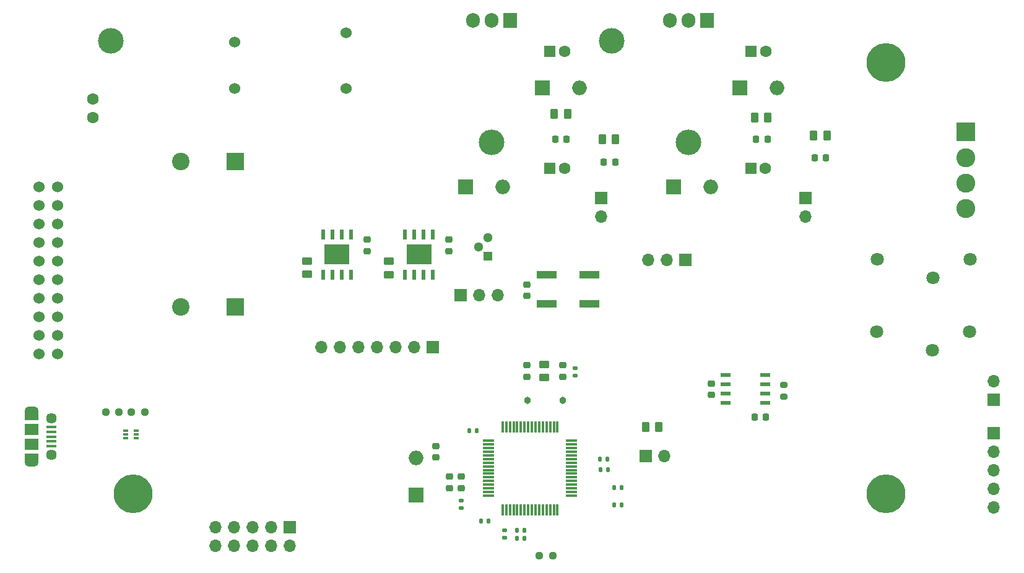
<source format=gts>
G04 #@! TF.GenerationSoftware,KiCad,Pcbnew,7.0.8-7.0.8~ubuntu22.04.1*
G04 #@! TF.CreationDate,2024-01-26T16:09:11+01:00*
G04 #@! TF.ProjectId,torso,746f7273-6f2e-46b6-9963-61645f706362,1.1*
G04 #@! TF.SameCoordinates,Original*
G04 #@! TF.FileFunction,Soldermask,Top*
G04 #@! TF.FilePolarity,Negative*
%FSLAX46Y46*%
G04 Gerber Fmt 4.6, Leading zero omitted, Abs format (unit mm)*
G04 Created by KiCad (PCBNEW 7.0.8-7.0.8~ubuntu22.04.1) date 2024-01-26 16:09:11*
%MOMM*%
%LPD*%
G01*
G04 APERTURE LIST*
G04 Aperture macros list*
%AMRoundRect*
0 Rectangle with rounded corners*
0 $1 Rounding radius*
0 $2 $3 $4 $5 $6 $7 $8 $9 X,Y pos of 4 corners*
0 Add a 4 corners polygon primitive as box body*
4,1,4,$2,$3,$4,$5,$6,$7,$8,$9,$2,$3,0*
0 Add four circle primitives for the rounded corners*
1,1,$1+$1,$2,$3*
1,1,$1+$1,$4,$5*
1,1,$1+$1,$6,$7*
1,1,$1+$1,$8,$9*
0 Add four rect primitives between the rounded corners*
20,1,$1+$1,$2,$3,$4,$5,0*
20,1,$1+$1,$4,$5,$6,$7,0*
20,1,$1+$1,$6,$7,$8,$9,0*
20,1,$1+$1,$8,$9,$2,$3,0*%
G04 Aperture macros list end*
%ADD10RoundRect,0.225000X0.250000X-0.225000X0.250000X0.225000X-0.250000X0.225000X-0.250000X-0.225000X0*%
%ADD11C,5.300000*%
%ADD12R,1.700000X1.700000*%
%ADD13O,1.700000X1.700000*%
%ADD14RoundRect,0.250000X-0.262500X-0.450000X0.262500X-0.450000X0.262500X0.450000X-0.262500X0.450000X0*%
%ADD15RoundRect,0.135000X0.135000X0.185000X-0.135000X0.185000X-0.135000X-0.185000X0.135000X-0.185000X0*%
%ADD16R,1.454899X0.532600*%
%ADD17R,2.400000X2.400000*%
%ADD18C,2.400000*%
%ADD19RoundRect,0.135000X-0.135000X-0.185000X0.135000X-0.185000X0.135000X0.185000X-0.135000X0.185000X0*%
%ADD20RoundRect,0.237500X0.250000X0.237500X-0.250000X0.237500X-0.250000X-0.237500X0.250000X-0.237500X0*%
%ADD21R,2.000000X2.000000*%
%ADD22O,2.000000X2.000000*%
%ADD23R,1.600000X1.600000*%
%ADD24C,1.600000*%
%ADD25C,1.524000*%
%ADD26RoundRect,0.200000X0.275000X-0.200000X0.275000X0.200000X-0.275000X0.200000X-0.275000X-0.200000X0*%
%ADD27RoundRect,0.250000X0.450000X-0.262500X0.450000X0.262500X-0.450000X0.262500X-0.450000X-0.262500X0*%
%ADD28RoundRect,0.135000X-0.185000X0.135000X-0.185000X-0.135000X0.185000X-0.135000X0.185000X0.135000X0*%
%ADD29RoundRect,0.218750X-0.256250X0.218750X-0.256250X-0.218750X0.256250X-0.218750X0.256250X0.218750X0*%
%ADD30O,3.500000X3.500000*%
%ADD31R,1.905000X2.000000*%
%ADD32O,1.905000X2.000000*%
%ADD33C,1.800000*%
%ADD34R,2.800000X1.000000*%
%ADD35R,1.300000X1.300000*%
%ADD36C,1.300000*%
%ADD37C,3.500000*%
%ADD38R,0.685800X0.330200*%
%ADD39R,0.558800X1.460500*%
%ADD40R,3.403600X2.717800*%
%ADD41RoundRect,0.218750X-0.218750X-0.256250X0.218750X-0.256250X0.218750X0.256250X-0.218750X0.256250X0*%
%ADD42R,1.350000X0.400000*%
%ADD43O,1.900000X1.200000*%
%ADD44R,1.900000X1.200000*%
%ADD45C,1.450000*%
%ADD46R,1.900000X1.500000*%
%ADD47RoundRect,0.075000X-0.075000X0.700000X-0.075000X-0.700000X0.075000X-0.700000X0.075000X0.700000X0*%
%ADD48RoundRect,0.075000X-0.700000X0.075000X-0.700000X-0.075000X0.700000X-0.075000X0.700000X0.075000X0*%
%ADD49RoundRect,0.225000X-0.225000X-0.250000X0.225000X-0.250000X0.225000X0.250000X-0.225000X0.250000X0*%
%ADD50RoundRect,0.225000X0.225000X0.250000X-0.225000X0.250000X-0.225000X-0.250000X0.225000X-0.250000X0*%
%ADD51RoundRect,0.250000X0.262500X0.450000X-0.262500X0.450000X-0.262500X-0.450000X0.262500X-0.450000X0*%
%ADD52C,0.965200*%
%ADD53RoundRect,0.135000X0.185000X-0.135000X0.185000X0.135000X-0.185000X0.135000X-0.185000X-0.135000X0*%
%ADD54R,2.600000X2.600000*%
%ADD55C,2.600000*%
%ADD56C,1.600200*%
G04 APERTURE END LIST*
D10*
X107300000Y-74475000D03*
X107300000Y-72925000D03*
X102400000Y-74475000D03*
X102400000Y-72925000D03*
D11*
X48500000Y-90500000D03*
D10*
X127600000Y-76975000D03*
X127600000Y-75425000D03*
D12*
X118625000Y-85300000D03*
D13*
X121165000Y-85300000D03*
D14*
X133500000Y-39000000D03*
X135325000Y-39000000D03*
D15*
X115310000Y-92000000D03*
X114290000Y-92000000D03*
D10*
X91824000Y-89723500D03*
X91824000Y-88173500D03*
D15*
X115310000Y-89700000D03*
X114290000Y-89700000D03*
D16*
X129557304Y-74290000D03*
X129557304Y-75560000D03*
X129557304Y-76830000D03*
X129557304Y-78100000D03*
X135000000Y-78100000D03*
X135000000Y-76830000D03*
X135000000Y-75560000D03*
X135000000Y-74290000D03*
D14*
X141587500Y-41500000D03*
X143412500Y-41500000D03*
D17*
X62500000Y-64900000D03*
D18*
X55000000Y-64900000D03*
D19*
X100990000Y-96600000D03*
X102010000Y-96600000D03*
D20*
X50112500Y-79300000D03*
X48287500Y-79300000D03*
D21*
X104460000Y-35000000D03*
D22*
X109540000Y-35000000D03*
D23*
X133000000Y-46000000D03*
D24*
X135000000Y-46000000D03*
D12*
X166200000Y-77600000D03*
D13*
X166200000Y-75060000D03*
D25*
X77620000Y-35040000D03*
X62380000Y-35040000D03*
X62380000Y-28690000D03*
X77620000Y-27420000D03*
D26*
X137500000Y-77225000D03*
X137500000Y-75575000D03*
D11*
X151500000Y-31500000D03*
D27*
X83500000Y-60500000D03*
X83500000Y-58675000D03*
D12*
X166200000Y-82200000D03*
D13*
X166200000Y-84740000D03*
X166200000Y-87280000D03*
X166200000Y-89820000D03*
X166200000Y-92360000D03*
D28*
X109000000Y-73290000D03*
X109000000Y-74310000D03*
D29*
X89923999Y-83961000D03*
X89923999Y-85536000D03*
D23*
X133044888Y-30000000D03*
D24*
X135044888Y-30000000D03*
D21*
X93960000Y-48500000D03*
D22*
X99040000Y-48500000D03*
D30*
X97500000Y-42430000D03*
D31*
X100040000Y-25770000D03*
D32*
X97500000Y-25770000D03*
X94960000Y-25770000D03*
D21*
X87200000Y-90640000D03*
D22*
X87200000Y-85560000D03*
D15*
X113410000Y-85800000D03*
X112390000Y-85800000D03*
D33*
X150175000Y-68324999D03*
X157795000Y-70864999D03*
X162875000Y-68324999D03*
D12*
X124079999Y-58500000D03*
D13*
X121539999Y-58500000D03*
X118999999Y-58500000D03*
D30*
X124500000Y-42430000D03*
D31*
X127040000Y-25770000D03*
D32*
X124500000Y-25770000D03*
X121960000Y-25770000D03*
D34*
X110900000Y-64500000D03*
X110900000Y-60500000D03*
X105100000Y-64500000D03*
X105100000Y-60500000D03*
D35*
X97000000Y-58000000D03*
D36*
X95730000Y-56730000D03*
X97000000Y-55460000D03*
D37*
X114000000Y-28500000D03*
D19*
X96080000Y-94200000D03*
X97100000Y-94200000D03*
D38*
X47488800Y-81900001D03*
X47488800Y-82400000D03*
X47488800Y-82899999D03*
X48911200Y-82899999D03*
X48911200Y-82400000D03*
X48911200Y-81900001D03*
D12*
X93300000Y-63300000D03*
D13*
X95840000Y-63300000D03*
X98380000Y-63300000D03*
D19*
X100990000Y-95500000D03*
X102010000Y-95500000D03*
D39*
X85690000Y-60500000D03*
X86960000Y-60500000D03*
X88230000Y-60500000D03*
X89500000Y-60500000D03*
X89500000Y-55051700D03*
X88230000Y-55051700D03*
X86960000Y-55051700D03*
X85690000Y-55051700D03*
D40*
X87595000Y-57775850D03*
D10*
X102400000Y-63400000D03*
X102400000Y-61850000D03*
D17*
X62500000Y-45000000D03*
D18*
X55000000Y-45000000D03*
D10*
X91700000Y-57275000D03*
X91700000Y-55725000D03*
D41*
X112887500Y-45087500D03*
X114462500Y-45087500D03*
D42*
X37300000Y-81400000D03*
X37300000Y-82050000D03*
X37300000Y-82700000D03*
X37300000Y-83350000D03*
X37300000Y-84000000D03*
D43*
X34600000Y-79200000D03*
D44*
X34600000Y-79800000D03*
D45*
X37300000Y-80200000D03*
D46*
X34600000Y-81700000D03*
X34600000Y-83700000D03*
D45*
X37300000Y-85200000D03*
D44*
X34600000Y-85600000D03*
D43*
X34600000Y-86200000D03*
D25*
X35660000Y-48540000D03*
X35660000Y-51080000D03*
X35660000Y-53620000D03*
X35660000Y-56160000D03*
X35660000Y-58700000D03*
X35660000Y-61240000D03*
X35660000Y-63780000D03*
X35660000Y-66320000D03*
X35660000Y-68860000D03*
X35660000Y-71400000D03*
X38200000Y-48540000D03*
X38200000Y-51080000D03*
X38200000Y-53620000D03*
X38200000Y-56160000D03*
X38200000Y-58700000D03*
X38200000Y-61240000D03*
X38200000Y-63780000D03*
X38200000Y-66320000D03*
X38200000Y-68860000D03*
X38200000Y-71400000D03*
D47*
X106550000Y-81325000D03*
X106050000Y-81325000D03*
X105550000Y-81325000D03*
X105050000Y-81325000D03*
X104550000Y-81325000D03*
X104050000Y-81325000D03*
X103550000Y-81325000D03*
X103050000Y-81325000D03*
X102550000Y-81325000D03*
X102050000Y-81325000D03*
X101550000Y-81325000D03*
X101050000Y-81325000D03*
X100550000Y-81325000D03*
X100050000Y-81325000D03*
X99550000Y-81325000D03*
X99050000Y-81325000D03*
D48*
X97125000Y-83250000D03*
X97125000Y-83750000D03*
X97125000Y-84250000D03*
X97125000Y-84750000D03*
X97125000Y-85250000D03*
X97125000Y-85750000D03*
X97125000Y-86250000D03*
X97125000Y-86750000D03*
X97125000Y-87250000D03*
X97125000Y-87750000D03*
X97125000Y-88250000D03*
X97125000Y-88750000D03*
X97125000Y-89250000D03*
X97125000Y-89750000D03*
X97125000Y-90250000D03*
X97125000Y-90750000D03*
D47*
X99050000Y-92675000D03*
X99550000Y-92675000D03*
X100050000Y-92675000D03*
X100550000Y-92675000D03*
X101050000Y-92675000D03*
X101550000Y-92675000D03*
X102050000Y-92675000D03*
X102550000Y-92675000D03*
X103050000Y-92675000D03*
X103550000Y-92675000D03*
X104050000Y-92675000D03*
X104550000Y-92675000D03*
X105050000Y-92675000D03*
X105550000Y-92675000D03*
X106050000Y-92675000D03*
X106550000Y-92675000D03*
D48*
X108475000Y-90750000D03*
X108475000Y-90250000D03*
X108475000Y-89750000D03*
X108475000Y-89250000D03*
X108475000Y-88750000D03*
X108475000Y-88250000D03*
X108475000Y-87750000D03*
X108475000Y-87250000D03*
X108475000Y-86750000D03*
X108475000Y-86250000D03*
X108475000Y-85750000D03*
X108475000Y-85250000D03*
X108475000Y-84750000D03*
X108475000Y-84250000D03*
X108475000Y-83750000D03*
X108475000Y-83250000D03*
D33*
X150300000Y-58400000D03*
X157920000Y-60940000D03*
X163000000Y-58400000D03*
D14*
X112675000Y-42000000D03*
X114500000Y-42000000D03*
D20*
X105912500Y-99000000D03*
X104087500Y-99000000D03*
D21*
X122460000Y-48500000D03*
D22*
X127540000Y-48500000D03*
D49*
X106225000Y-42000000D03*
X107775000Y-42000000D03*
D12*
X112500000Y-50000000D03*
D13*
X112500000Y-52540000D03*
D23*
X105500000Y-30000000D03*
D24*
X107500000Y-30000000D03*
D12*
X140500000Y-50000000D03*
D13*
X140500000Y-52540000D03*
D27*
X72310000Y-60475850D03*
X72310000Y-58650850D03*
D19*
X94490000Y-81900000D03*
X95510000Y-81900000D03*
D39*
X74500000Y-60500000D03*
X75770000Y-60500000D03*
X77040000Y-60500000D03*
X78310000Y-60500000D03*
X78310000Y-55051700D03*
X77040000Y-55051700D03*
X75770000Y-55051700D03*
X74500000Y-55051700D03*
D40*
X76405000Y-57775850D03*
D14*
X106087500Y-38500000D03*
X107912500Y-38500000D03*
D50*
X135075000Y-80000000D03*
X133525000Y-80000000D03*
D37*
X45500000Y-28500000D03*
D10*
X93424001Y-89723500D03*
X93424001Y-88173500D03*
D15*
X113419999Y-87200000D03*
X112399999Y-87200000D03*
D51*
X120412500Y-81400000D03*
X118587500Y-81400000D03*
D10*
X80500000Y-57275000D03*
X80500000Y-55725000D03*
D27*
X104700000Y-74612500D03*
X104700000Y-72787500D03*
D52*
X107300000Y-77700000D03*
X102419999Y-77700000D03*
D49*
X133725000Y-42000000D03*
X135275000Y-42000000D03*
D53*
X99300000Y-96510000D03*
X99300000Y-95490000D03*
D12*
X89520000Y-70400000D03*
D13*
X86980000Y-70400000D03*
X84440000Y-70400000D03*
X81900000Y-70400000D03*
X79360000Y-70400000D03*
X76820000Y-70400000D03*
X74280000Y-70400000D03*
D54*
X162400000Y-41000000D03*
D55*
X162400000Y-44500000D03*
X162400000Y-48000000D03*
X162400000Y-51500000D03*
D21*
X131500000Y-35000000D03*
D22*
X136580000Y-35000000D03*
D53*
X93400000Y-92419999D03*
X93400000Y-91399999D03*
D56*
X43000000Y-39000000D03*
X43000000Y-36460000D03*
D12*
X69940000Y-95060000D03*
D13*
X69940000Y-97600000D03*
X67400000Y-95060000D03*
X67400000Y-97600000D03*
X64860000Y-95060000D03*
X64860000Y-97600000D03*
X62320000Y-95060000D03*
X62320000Y-97600000D03*
X59780000Y-95060000D03*
X59780000Y-97600000D03*
D23*
X105500000Y-46000000D03*
D24*
X107500000Y-46000000D03*
D11*
X151500000Y-90500000D03*
D20*
X46612500Y-79300000D03*
X44787500Y-79300000D03*
D41*
X141712500Y-44500000D03*
X143287500Y-44500000D03*
M02*

</source>
